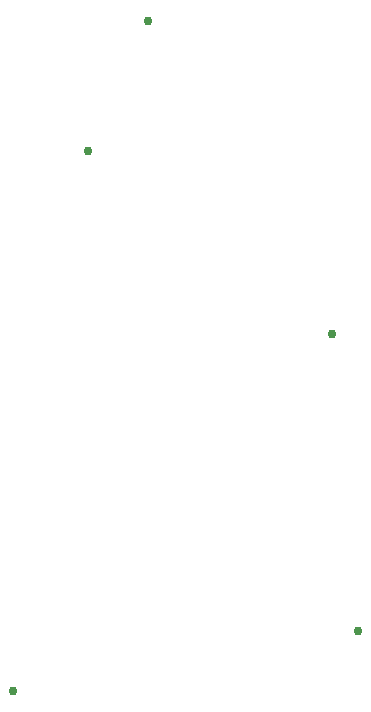
<source format=gbr>
G04 EAGLE Gerber RS-274X export*
G75*
%MOMM*%
%FSLAX34Y34*%
%LPD*%
%INVias*%
%IPPOS*%
%AMOC8*
5,1,8,0,0,1.08239X$1,22.5*%
G01*
%ADD10C,0.756400*%


D10*
X472991Y390609D03*
X317500Y655858D03*
X266700Y546100D03*
X495300Y139700D03*
X203200Y88900D03*
M02*

</source>
